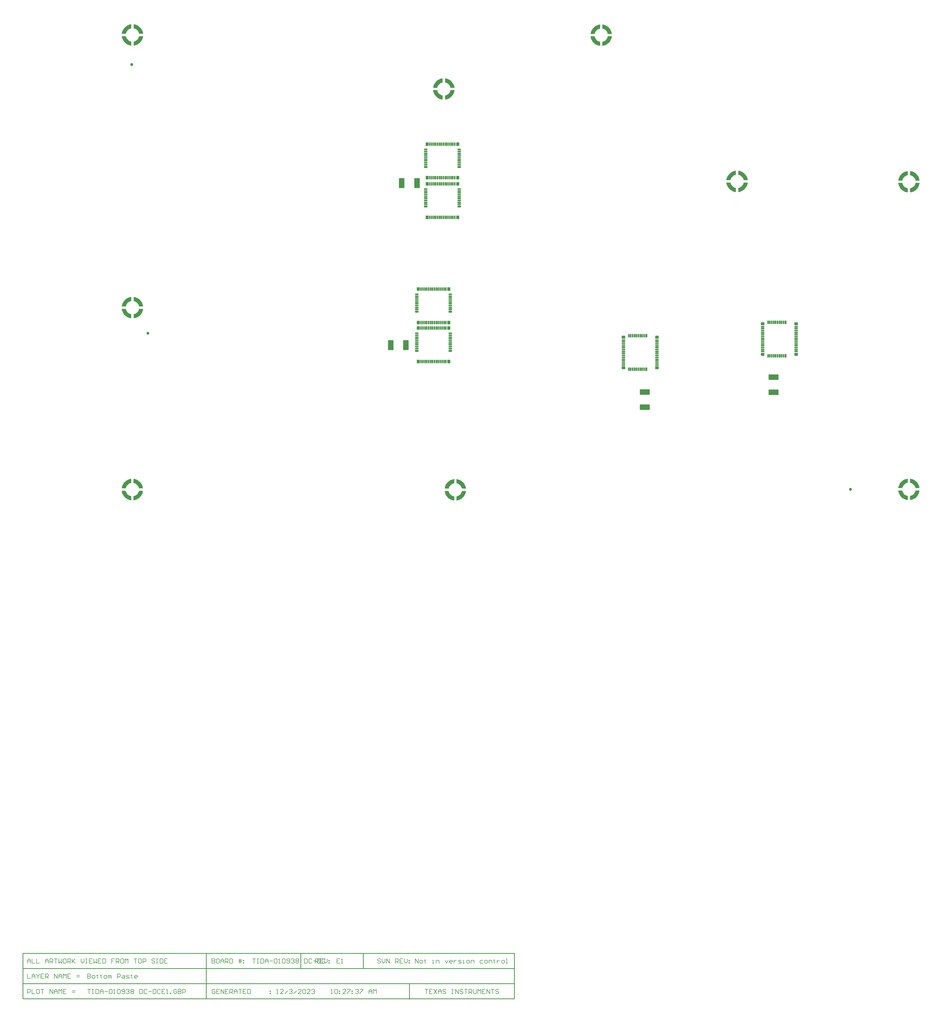
<source format=gbp>
G04*
G04 #@! TF.GenerationSoftware,Altium Limited,Altium Designer,23.1.1 (15)*
G04*
G04 Layer_Color=128*
%FSAX44Y44*%
%MOMM*%
G71*
G04*
G04 #@! TF.SameCoordinates,A3571568-9A21-437D-865F-2304E57EA7B7*
G04*
G04*
G04 #@! TF.FilePolarity,Positive*
G04*
G01*
G75*
%ADD22C,0.2540*%
%ADD28C,0.2032*%
%ADD66C,1.0000*%
G04:AMPARAMS|DCode=125|XSize=1.15mm|YSize=1.1mm|CornerRadius=0.0495mm|HoleSize=0mm|Usage=FLASHONLY|Rotation=180.000|XOffset=0mm|YOffset=0mm|HoleType=Round|Shape=RoundedRectangle|*
%AMROUNDEDRECTD125*
21,1,1.1500,1.0010,0,0,180.0*
21,1,1.0510,1.1000,0,0,180.0*
1,1,0.0990,-0.5255,0.5005*
1,1,0.0990,0.5255,0.5005*
1,1,0.0990,0.5255,-0.5005*
1,1,0.0990,-0.5255,-0.5005*
%
%ADD125ROUNDEDRECTD125*%
G04:AMPARAMS|DCode=126|XSize=1.15mm|YSize=0.45mm|CornerRadius=0.0495mm|HoleSize=0mm|Usage=FLASHONLY|Rotation=180.000|XOffset=0mm|YOffset=0mm|HoleType=Round|Shape=RoundedRectangle|*
%AMROUNDEDRECTD126*
21,1,1.1500,0.3510,0,0,180.0*
21,1,1.0510,0.4500,0,0,180.0*
1,1,0.0990,-0.5255,0.1755*
1,1,0.0990,0.5255,0.1755*
1,1,0.0990,0.5255,-0.1755*
1,1,0.0990,-0.5255,-0.1755*
%
%ADD126ROUNDEDRECTD126*%
G04:AMPARAMS|DCode=127|XSize=0.665mm|YSize=1.15mm|CornerRadius=0.0499mm|HoleSize=0mm|Usage=FLASHONLY|Rotation=180.000|XOffset=0mm|YOffset=0mm|HoleType=Round|Shape=RoundedRectangle|*
%AMROUNDEDRECTD127*
21,1,0.6650,1.0502,0,0,180.0*
21,1,0.5653,1.1500,0,0,180.0*
1,1,0.0998,-0.2826,0.5251*
1,1,0.0998,0.2826,0.5251*
1,1,0.0998,0.2826,-0.5251*
1,1,0.0998,-0.2826,-0.5251*
%
%ADD127ROUNDEDRECTD127*%
G04:AMPARAMS|DCode=128|XSize=0.45mm|YSize=1.15mm|CornerRadius=0.0495mm|HoleSize=0mm|Usage=FLASHONLY|Rotation=180.000|XOffset=0mm|YOffset=0mm|HoleType=Round|Shape=RoundedRectangle|*
%AMROUNDEDRECTD128*
21,1,0.4500,1.0510,0,0,180.0*
21,1,0.3510,1.1500,0,0,180.0*
1,1,0.0990,-0.1755,0.5255*
1,1,0.0990,0.1755,0.5255*
1,1,0.0990,0.1755,-0.5255*
1,1,0.0990,-0.1755,-0.5255*
%
%ADD128ROUNDEDRECTD128*%
G04:AMPARAMS|DCode=129|XSize=0.665mm|YSize=1.15mm|CornerRadius=0.0499mm|HoleSize=0mm|Usage=FLASHONLY|Rotation=90.000|XOffset=0mm|YOffset=0mm|HoleType=Round|Shape=RoundedRectangle|*
%AMROUNDEDRECTD129*
21,1,0.6650,1.0502,0,0,90.0*
21,1,0.5653,1.1500,0,0,90.0*
1,1,0.0998,0.5251,0.2826*
1,1,0.0998,0.5251,-0.2826*
1,1,0.0998,-0.5251,-0.2826*
1,1,0.0998,-0.5251,0.2826*
%
%ADD129ROUNDEDRECTD129*%
G04:AMPARAMS|DCode=130|XSize=0.45mm|YSize=1.15mm|CornerRadius=0.0495mm|HoleSize=0mm|Usage=FLASHONLY|Rotation=90.000|XOffset=0mm|YOffset=0mm|HoleType=Round|Shape=RoundedRectangle|*
%AMROUNDEDRECTD130*
21,1,0.4500,1.0510,0,0,90.0*
21,1,0.3510,1.1500,0,0,90.0*
1,1,0.0990,0.5255,0.1755*
1,1,0.0990,0.5255,-0.1755*
1,1,0.0990,-0.5255,-0.1755*
1,1,0.0990,-0.5255,0.1755*
%
%ADD130ROUNDEDRECTD130*%
G04:AMPARAMS|DCode=131|XSize=1.15mm|YSize=1.1mm|CornerRadius=0.0495mm|HoleSize=0mm|Usage=FLASHONLY|Rotation=90.000|XOffset=0mm|YOffset=0mm|HoleType=Round|Shape=RoundedRectangle|*
%AMROUNDEDRECTD131*
21,1,1.1500,1.0010,0,0,90.0*
21,1,1.0510,1.1000,0,0,90.0*
1,1,0.0990,0.5005,0.5255*
1,1,0.0990,0.5005,-0.5255*
1,1,0.0990,-0.5005,-0.5255*
1,1,0.0990,-0.5005,0.5255*
%
%ADD131ROUNDEDRECTD131*%
G04:AMPARAMS|DCode=132|XSize=1.15mm|YSize=0.45mm|CornerRadius=0.0495mm|HoleSize=0mm|Usage=FLASHONLY|Rotation=90.000|XOffset=0mm|YOffset=0mm|HoleType=Round|Shape=RoundedRectangle|*
%AMROUNDEDRECTD132*
21,1,1.1500,0.3510,0,0,90.0*
21,1,1.0510,0.4500,0,0,90.0*
1,1,0.0990,0.1755,0.5255*
1,1,0.0990,0.1755,-0.5255*
1,1,0.0990,-0.1755,-0.5255*
1,1,0.0990,-0.1755,0.5255*
%
%ADD132ROUNDEDRECTD132*%
G04:AMPARAMS|DCode=133|XSize=1.8mm|YSize=3.4mm|CornerRadius=0.054mm|HoleSize=0mm|Usage=FLASHONLY|Rotation=90.000|XOffset=0mm|YOffset=0mm|HoleType=Round|Shape=RoundedRectangle|*
%AMROUNDEDRECTD133*
21,1,1.8000,3.2920,0,0,90.0*
21,1,1.6920,3.4000,0,0,90.0*
1,1,0.1080,1.6460,0.8460*
1,1,0.1080,1.6460,-0.8460*
1,1,0.1080,-1.6460,-0.8460*
1,1,0.1080,-1.6460,0.8460*
%
%ADD133ROUNDEDRECTD133*%
G04:AMPARAMS|DCode=135|XSize=1.8mm|YSize=3.4mm|CornerRadius=0.054mm|HoleSize=0mm|Usage=FLASHONLY|Rotation=0.000|XOffset=0mm|YOffset=0mm|HoleType=Round|Shape=RoundedRectangle|*
%AMROUNDEDRECTD135*
21,1,1.8000,3.2920,0,0,0.0*
21,1,1.6920,3.4000,0,0,0.0*
1,1,0.1080,0.8460,-1.6460*
1,1,0.1080,-0.8460,-1.6460*
1,1,0.1080,-0.8460,1.6460*
1,1,0.1080,0.8460,1.6460*
%
%ADD135ROUNDEDRECTD135*%
G36*
X00054173Y01637244D02*
X00054173D01*
X00054173Y01637244D01*
Y01637244D01*
D02*
G37*
G36*
X00056226Y01637028D02*
X00060256Y01636134D01*
X00064159Y01634790D01*
X00067885Y01633013D01*
X00071386Y01630826D01*
X00074616Y01628256D01*
X00077535Y01625337D01*
X00080105Y01622106D01*
X00082293Y01618605D01*
X00084070Y01614880D01*
X00085414Y01610977D01*
X00086307Y01606946D01*
X00086523Y01604894D01*
X00072573D01*
X00072573Y01604894D01*
X00072221Y01606592D01*
X00071129Y01609883D01*
X00069541Y01612966D01*
X00067498Y01615766D01*
X00065046Y01618218D01*
X00062245Y01620262D01*
X00059163Y01621849D01*
X00055872Y01622942D01*
X00054173Y01623294D01*
Y01637244D01*
X00056226Y01637028D01*
D02*
G37*
G36*
X00046173Y01623294D02*
X00044475Y01622942D01*
X00041184Y01621849D01*
X00038101Y01620262D01*
X00035301Y01618218D01*
X00032849Y01615766D01*
X00030805Y01612965D01*
X00029218Y01609883D01*
X00028126Y01606592D01*
X00027773Y01604894D01*
X00027773D01*
X00027773Y01604894D01*
Y01604894D01*
X00013823D01*
X00014039Y01606946D01*
X00014933Y01610977D01*
X00016277Y01614879D01*
X00018054Y01618605D01*
X00020241Y01622106D01*
X00022811Y01625337D01*
X00025730Y01628256D01*
X00028961Y01630825D01*
X00032462Y01633013D01*
X00036187Y01634790D01*
X00040090Y01636134D01*
X00044121Y01637028D01*
X00046173Y01637244D01*
X00046173Y01637244D01*
X00046173Y01623294D01*
D02*
G37*
G36*
X00086523Y01596894D02*
X00086307Y01594841D01*
X00085414Y01590811D01*
X00084070Y01586908D01*
X00082293Y01583182D01*
X00080105Y01579681D01*
X00077535Y01576451D01*
X00074616Y01573532D01*
X00071386Y01570962D01*
X00067885Y01568774D01*
X00064159Y01566997D01*
X00060256Y01565653D01*
X00056226Y01564760D01*
X00054173Y01564544D01*
Y01578494D01*
X00055872Y01578846D01*
X00059163Y01579938D01*
X00062245Y01581526D01*
X00065046Y01583570D01*
X00067498Y01586021D01*
X00069541Y01588822D01*
X00071129Y01591904D01*
X00072221Y01595195D01*
X00072573Y01596894D01*
Y01596894D01*
X00086523Y01596894D01*
D02*
G37*
G36*
X00054173Y01564544D02*
X00054173D01*
X00054173D01*
D01*
D02*
G37*
G36*
X00027773Y01596894D02*
X00028126Y01595195D01*
X00029218Y01591904D01*
X00030805Y01588822D01*
X00032849Y01586021D01*
X00035301Y01583570D01*
X00038101Y01581526D01*
X00041184Y01579938D01*
X00044475Y01578846D01*
X00046173Y01578494D01*
X00046173Y01564544D01*
X00046173D01*
X00044121Y01564760D01*
X00040090Y01565653D01*
X00036188Y01566997D01*
X00032462Y01568774D01*
X00028961Y01570962D01*
X00025730Y01573532D01*
X00022811Y01576451D01*
X00020241Y01579681D01*
X00018054Y01583182D01*
X00016277Y01586908D01*
X00014933Y01590811D01*
X00014039Y01594841D01*
X00013823Y01596894D01*
X00027773Y01596894D01*
Y01596894D01*
D02*
G37*
G36*
X01116771Y01452878D02*
X01116771D01*
X01116771Y01452878D01*
Y01452878D01*
D02*
G37*
G36*
X01118823Y01452662D02*
X01122854Y01451768D01*
X01126757Y01450424D01*
X01130482Y01448647D01*
X01133983Y01446460D01*
X01137214Y01443890D01*
X01140133Y01440971D01*
X01142703Y01437740D01*
X01144890Y01434240D01*
X01146667Y01430514D01*
X01148011Y01426611D01*
X01148905Y01422581D01*
X01149121Y01420528D01*
X01135171D01*
X01135171Y01420528D01*
X01134819Y01422227D01*
X01133726Y01425517D01*
X01132139Y01428600D01*
X01130095Y01431400D01*
X01127643Y01433852D01*
X01124843Y01435896D01*
X01121760Y01437483D01*
X01118470Y01438576D01*
X01116771Y01438928D01*
Y01452878D01*
X01118823Y01452662D01*
D02*
G37*
G36*
X01108771Y01438928D02*
X01107072Y01438576D01*
X01103782Y01437483D01*
X01100699Y01435896D01*
X01097898Y01433852D01*
X01095447Y01431400D01*
X01093403Y01428600D01*
X01091815Y01425517D01*
X01090723Y01422227D01*
X01090371Y01420528D01*
X01090371D01*
X01090371Y01420528D01*
Y01420528D01*
X01076421D01*
X01076637Y01422581D01*
X01077530Y01426611D01*
X01078874Y01430514D01*
X01080651Y01434240D01*
X01082839Y01437740D01*
X01085409Y01440971D01*
X01088328Y01443890D01*
X01091558Y01446460D01*
X01095059Y01448647D01*
X01098785Y01450424D01*
X01102688Y01451768D01*
X01106718Y01452662D01*
X01108771Y01452878D01*
X01108771Y01452878D01*
X01108771Y01438928D01*
D02*
G37*
G36*
X01149121Y01412528D02*
X01148905Y01410475D01*
X01148011Y01406445D01*
X01146667Y01402542D01*
X01144890Y01398816D01*
X01142703Y01395315D01*
X01140133Y01392085D01*
X01137214Y01389166D01*
X01133983Y01386596D01*
X01130483Y01384409D01*
X01126757Y01382631D01*
X01122854Y01381287D01*
X01118823Y01380394D01*
X01116771Y01380178D01*
Y01394128D01*
X01118470Y01394480D01*
X01121760Y01395573D01*
X01124843Y01397160D01*
X01127643Y01399204D01*
X01130095Y01401655D01*
X01132139Y01404456D01*
X01133726Y01407539D01*
X01134819Y01410829D01*
X01135171Y01412528D01*
Y01412528D01*
X01149121Y01412528D01*
D02*
G37*
G36*
X01116771Y01380178D02*
X01116771D01*
X01116771D01*
D01*
D02*
G37*
G36*
X01090371Y01412528D02*
X01090723Y01410829D01*
X01091815Y01407539D01*
X01093403Y01404456D01*
X01095447Y01401655D01*
X01097898Y01399204D01*
X01100699Y01397160D01*
X01103782Y01395573D01*
X01107072Y01394480D01*
X01108771Y01394128D01*
X01108771Y01380178D01*
X01108771D01*
X01106718Y01380394D01*
X01102688Y01381287D01*
X01098785Y01382631D01*
X01095059Y01384409D01*
X01091558Y01386596D01*
X01088328Y01389166D01*
X01085409Y01392085D01*
X01082839Y01395315D01*
X01080651Y01398816D01*
X01078874Y01402542D01*
X01077530Y01406445D01*
X01076637Y01410475D01*
X01076421Y01412528D01*
X01090371Y01412528D01*
Y01412528D01*
D02*
G37*
G36*
X00054004Y00706808D02*
X00056057Y00706593D01*
X00060087Y00705699D01*
X00063990Y00704355D01*
X00067716Y00702578D01*
X00071217Y00700390D01*
X00074447Y00697821D01*
X00077366Y00694902D01*
X00079936Y00691671D01*
X00082124Y00688170D01*
X00083901Y00684445D01*
X00085245Y00680541D01*
X00086138Y00676511D01*
X00086354Y00674459D01*
X00072404D01*
X00072404Y00674458D01*
X00072052Y00676157D01*
X00070960Y00679448D01*
X00069372Y00682530D01*
X00067329Y00685331D01*
X00064877Y00687783D01*
X00062076Y00689827D01*
X00058994Y00691414D01*
X00055703Y00692506D01*
X00054004Y00692859D01*
Y00706808D01*
X00054004D01*
X00054004Y00706809D01*
Y00706808D01*
D02*
G37*
G36*
X00046004Y00692859D02*
X00044306Y00692506D01*
X00041015Y00691414D01*
X00037933Y00689827D01*
X00035132Y00687783D01*
X00032680Y00685331D01*
X00030636Y00682530D01*
X00029049Y00679448D01*
X00027957Y00676157D01*
X00027604Y00674458D01*
X00027604D01*
X00027604Y00674458D01*
Y00674458D01*
X00013654D01*
X00013870Y00676511D01*
X00014764Y00680541D01*
X00016108Y00684445D01*
X00017885Y00688170D01*
X00020073Y00691671D01*
X00022642Y00694902D01*
X00025561Y00697821D01*
X00028792Y00700390D01*
X00032293Y00702578D01*
X00036018Y00704355D01*
X00039922Y00705699D01*
X00043952Y00706593D01*
X00046004Y00706808D01*
X00046004Y00706808D01*
X00046004Y00692859D01*
D02*
G37*
G36*
X00086354Y00666459D02*
X00086138Y00664406D01*
X00085245Y00660376D01*
X00083901Y00656473D01*
X00082124Y00652747D01*
X00079936Y00649246D01*
X00077366Y00646015D01*
X00074447Y00643097D01*
X00071217Y00640527D01*
X00067716Y00638339D01*
X00063990Y00636562D01*
X00060087Y00635218D01*
X00056057Y00634324D01*
X00054004Y00634109D01*
Y00648059D01*
X00055703Y00648411D01*
X00058994Y00649503D01*
X00062076Y00651091D01*
X00064877Y00653135D01*
X00067329Y00655586D01*
X00069372Y00658387D01*
X00070960Y00661469D01*
X00072052Y00664760D01*
X00072404Y00666459D01*
Y00666459D01*
X00086354Y00666459D01*
D02*
G37*
G36*
X00054004Y00634109D02*
X00054004D01*
X00054004D01*
D01*
D02*
G37*
G36*
X00027604Y00666459D02*
X00027957Y00664760D01*
X00029049Y00661469D01*
X00030636Y00658387D01*
X00032680Y00655586D01*
X00035132Y00653135D01*
X00037933Y00651091D01*
X00041015Y00649503D01*
X00044306Y00648411D01*
X00046004Y00648059D01*
X00046004Y00634109D01*
X00046004D01*
X00043952Y00634324D01*
X00039922Y00635218D01*
X00036019Y00636562D01*
X00032293Y00638339D01*
X00028792Y00640527D01*
X00025561Y00643097D01*
X00022642Y00646015D01*
X00020073Y00649246D01*
X00017885Y00652747D01*
X00016108Y00656473D01*
X00014764Y00660376D01*
X00013870Y00664406D01*
X00013654Y00666459D01*
X00027604Y00666459D01*
Y00666459D01*
D02*
G37*
G36*
X00053716Y00085953D02*
X00053716D01*
X00053716Y00085953D01*
Y00085953D01*
D02*
G37*
G36*
X00055768Y00085737D02*
X00059798Y00084844D01*
X00063702Y00083500D01*
X00067427Y00081722D01*
X00070928Y00079535D01*
X00074159Y00076965D01*
X00077078Y00074046D01*
X00079647Y00070816D01*
X00081835Y00067315D01*
X00083612Y00063589D01*
X00084956Y00059686D01*
X00085850Y00055656D01*
X00086066Y00053603D01*
X00072116D01*
X00072116Y00053603D01*
X00071764Y00055302D01*
X00070671Y00058593D01*
X00069084Y00061675D01*
X00067040Y00064476D01*
X00064588Y00066927D01*
X00061788Y00068971D01*
X00058705Y00070559D01*
X00055415Y00071651D01*
X00053716Y00072003D01*
Y00085953D01*
X00055768Y00085737D01*
D02*
G37*
G36*
X00045716Y00072003D02*
X00044017Y00071651D01*
X00040726Y00070559D01*
X00037644Y00068971D01*
X00034843Y00066927D01*
X00032392Y00064476D01*
X00030348Y00061675D01*
X00028760Y00058592D01*
X00027668Y00055302D01*
X00027316Y00053603D01*
X00027316D01*
X00027316Y00053603D01*
Y00053603D01*
X00013366D01*
X00013582Y00055656D01*
X00014475Y00059686D01*
X00015819Y00063589D01*
X00017596Y00067315D01*
X00019784Y00070816D01*
X00022354Y00074046D01*
X00025273Y00076965D01*
X00028503Y00079535D01*
X00032004Y00081722D01*
X00035730Y00083500D01*
X00039633Y00084844D01*
X00043663Y00085737D01*
X00045716Y00085953D01*
X00045716Y00085953D01*
X00045716Y00072003D01*
D02*
G37*
G36*
X01147838Y00071094D02*
X01146139Y00070742D01*
X01142849Y00069650D01*
X01139766Y00068063D01*
X01136966Y00066019D01*
X01134514Y00063567D01*
X01132470Y00060766D01*
X01130883Y00057684D01*
X01129790Y00054393D01*
X01129438Y00052694D01*
X01129438D01*
X01129438Y00052694D01*
Y00052694D01*
X01115488D01*
X01115704Y00054747D01*
X01116597Y00058777D01*
X01117942Y00062680D01*
X01119719Y00066406D01*
X01121906Y00069907D01*
X01124476Y00073137D01*
X01127395Y00076056D01*
X01130626Y00078626D01*
X01134126Y00080814D01*
X01137852Y00082591D01*
X01141755Y00083935D01*
X01145785Y00084829D01*
X01147838Y00085044D01*
X01147838Y00085044D01*
X01147838Y00071094D01*
D02*
G37*
G36*
X00086066Y00045603D02*
X00085850Y00043551D01*
X00084956Y00039520D01*
X00083612Y00035617D01*
X00081835Y00031892D01*
X00079647Y00028391D01*
X00077078Y00025160D01*
X00074159Y00022241D01*
X00070928Y00019671D01*
X00067427Y00017484D01*
X00063702Y00015707D01*
X00059798Y00014363D01*
X00055768Y00013469D01*
X00053716Y00013253D01*
Y00027203D01*
X00055415Y00027555D01*
X00058705Y00028648D01*
X00061788Y00030235D01*
X00064588Y00032279D01*
X00067040Y00034731D01*
X00069084Y00037531D01*
X00070671Y00040614D01*
X00071764Y00043905D01*
X00072116Y00045603D01*
Y00045603D01*
X00086066Y00045603D01*
D02*
G37*
G36*
X00053716Y00013253D02*
X00053716D01*
X00053716D01*
D01*
D02*
G37*
G36*
X00027316Y00045603D02*
X00027668Y00043905D01*
X00028760Y00040614D01*
X00030348Y00037531D01*
X00032392Y00034731D01*
X00034843Y00032279D01*
X00037644Y00030235D01*
X00040726Y00028648D01*
X00044017Y00027555D01*
X00045716Y00027203D01*
X00045716Y00013253D01*
X00045716D01*
X00043663Y00013469D01*
X00039633Y00014363D01*
X00035730Y00015707D01*
X00032004Y00017484D01*
X00028503Y00019671D01*
X00025273Y00022241D01*
X00022354Y00025160D01*
X00019784Y00028391D01*
X00017596Y00031892D01*
X00015819Y00035617D01*
X00014475Y00039520D01*
X00013582Y00043551D01*
X00013366Y00045603D01*
X00027316Y00045603D01*
Y00045603D01*
D02*
G37*
G36*
X01129438Y00044694D02*
X01129790Y00042996D01*
X01130883Y00039705D01*
X01132470Y00036623D01*
X01134514Y00033822D01*
X01136966Y00031370D01*
X01139766Y00029326D01*
X01142849Y00027739D01*
X01146139Y00026647D01*
X01147838Y00026295D01*
X01147838Y00012344D01*
X01147838D01*
X01145785Y00012560D01*
X01141755Y00013454D01*
X01137852Y00014798D01*
X01134126Y00016575D01*
X01130626Y00018763D01*
X01127395Y00021332D01*
X01124476Y00024251D01*
X01121906Y00027482D01*
X01119719Y00030983D01*
X01117942Y00034709D01*
X01116597Y00038612D01*
X01115704Y00042642D01*
X01115488Y00044694D01*
X01129438Y00044694D01*
Y00044694D01*
D02*
G37*
G36*
X01653855Y01636522D02*
X01653855D01*
X01653855Y01636522D01*
Y01636522D01*
D02*
G37*
G36*
X01655907Y01636306D02*
X01659937Y01635413D01*
X01663841Y01634069D01*
X01667566Y01632291D01*
X01671067Y01630104D01*
X01674298Y01627534D01*
X01677217Y01624615D01*
X01679787Y01621385D01*
X01681974Y01617884D01*
X01683751Y01614158D01*
X01685095Y01610255D01*
X01685989Y01606225D01*
X01686205Y01604172D01*
X01672255D01*
X01672255Y01604172D01*
X01671903Y01605871D01*
X01670810Y01609161D01*
X01669223Y01612244D01*
X01667179Y01615045D01*
X01664727Y01617496D01*
X01661927Y01619540D01*
X01658844Y01621127D01*
X01655553Y01622220D01*
X01653855Y01622572D01*
Y01636522D01*
X01655907Y01636306D01*
D02*
G37*
G36*
X01645855Y01622572D02*
X01644156Y01622220D01*
X01640865Y01621127D01*
X01637783Y01619540D01*
X01634982Y01617496D01*
X01632531Y01615045D01*
X01630487Y01612244D01*
X01628899Y01609161D01*
X01627807Y01605871D01*
X01627455Y01604172D01*
X01627455D01*
X01627455Y01604172D01*
Y01604172D01*
X01613505D01*
X01613721Y01606225D01*
X01614614Y01610255D01*
X01615958Y01614158D01*
X01617735Y01617884D01*
X01619923Y01621384D01*
X01622493Y01624615D01*
X01625412Y01627534D01*
X01628642Y01630104D01*
X01632143Y01632291D01*
X01635869Y01634069D01*
X01639772Y01635413D01*
X01643802Y01636306D01*
X01645855Y01636522D01*
X01645855Y01636522D01*
X01645855Y01622572D01*
D02*
G37*
G36*
X01686205Y01596172D02*
X01685989Y01594120D01*
X01685095Y01590089D01*
X01683751Y01586186D01*
X01681974Y01582460D01*
X01679787Y01578960D01*
X01677217Y01575729D01*
X01674298Y01572810D01*
X01671067Y01570240D01*
X01667567Y01568053D01*
X01663841Y01566276D01*
X01659937Y01564932D01*
X01655907Y01564038D01*
X01653855Y01563822D01*
Y01577772D01*
X01655553Y01578124D01*
X01658844Y01579217D01*
X01661927Y01580804D01*
X01664727Y01582848D01*
X01667179Y01585300D01*
X01669223Y01588100D01*
X01670810Y01591183D01*
X01671903Y01594473D01*
X01672255Y01596172D01*
Y01596172D01*
X01686205Y01596172D01*
D02*
G37*
G36*
X01653855Y01563822D02*
X01653855D01*
X01653855D01*
D01*
D02*
G37*
G36*
X01627455Y01596172D02*
X01627807Y01594473D01*
X01628899Y01591183D01*
X01630487Y01588100D01*
X01632531Y01585300D01*
X01634982Y01582848D01*
X01637783Y01580804D01*
X01640865Y01579217D01*
X01644156Y01578124D01*
X01645855Y01577772D01*
X01645855Y01563822D01*
X01645855D01*
X01643802Y01564038D01*
X01639772Y01564932D01*
X01635869Y01566276D01*
X01632143Y01568053D01*
X01628642Y01570240D01*
X01625412Y01572810D01*
X01622493Y01575729D01*
X01619923Y01578960D01*
X01617735Y01582460D01*
X01615958Y01586186D01*
X01614614Y01590089D01*
X01613721Y01594120D01*
X01613505Y01596172D01*
X01627455Y01596172D01*
Y01596172D01*
D02*
G37*
G36*
X02117431Y01137578D02*
X02117431D01*
X02117431Y01137578D01*
Y01137578D01*
D02*
G37*
G36*
X02704000Y01136350D02*
X02704000D01*
X02704000Y01136350D01*
Y01136350D01*
D02*
G37*
G36*
X02119483Y01137362D02*
X02123514Y01136468D01*
X02127417Y01135124D01*
X02131143Y01133347D01*
X02134643Y01131160D01*
X02137874Y01128590D01*
X02140793Y01125671D01*
X02143363Y01122440D01*
X02145550Y01118940D01*
X02147327Y01115214D01*
X02148671Y01111311D01*
X02149565Y01107280D01*
X02149781Y01105228D01*
X02135831D01*
X02135831Y01105228D01*
X02135479Y01106926D01*
X02134386Y01110217D01*
X02132799Y01113299D01*
X02130755Y01116100D01*
X02128303Y01118552D01*
X02125503Y01120596D01*
X02122420Y01122183D01*
X02119130Y01123276D01*
X02117431Y01123628D01*
Y01137578D01*
X02119483Y01137362D01*
D02*
G37*
G36*
X02109431Y01123628D02*
X02107732Y01123276D01*
X02104442Y01122183D01*
X02101359Y01120596D01*
X02098558Y01118552D01*
X02096107Y01116100D01*
X02094063Y01113299D01*
X02092475Y01110217D01*
X02091383Y01106926D01*
X02091031Y01105228D01*
X02091031D01*
X02091031Y01105228D01*
Y01105228D01*
X02077081D01*
X02077297Y01107280D01*
X02078190Y01111311D01*
X02079534Y01115214D01*
X02081311Y01118940D01*
X02083499Y01122440D01*
X02086069Y01125671D01*
X02088988Y01128590D01*
X02092218Y01131160D01*
X02095719Y01133347D01*
X02099445Y01135124D01*
X02103348Y01136468D01*
X02107378Y01137362D01*
X02109431Y01137578D01*
X02109431Y01137578D01*
X02109431Y01123628D01*
D02*
G37*
G36*
X02706053Y01136134D02*
X02710083Y01135241D01*
X02713986Y01133896D01*
X02717712Y01132119D01*
X02721212Y01129932D01*
X02724443Y01127362D01*
X02727362Y01124443D01*
X02729932Y01121212D01*
X02732119Y01117712D01*
X02733896Y01113986D01*
X02735240Y01110083D01*
X02736134Y01106053D01*
X02736350Y01104000D01*
X02722400D01*
X02722400Y01104000D01*
X02722048Y01105699D01*
X02720955Y01108989D01*
X02719368Y01112072D01*
X02717324Y01114872D01*
X02714872Y01117324D01*
X02712072Y01119368D01*
X02708989Y01120955D01*
X02705699Y01122048D01*
X02704000Y01122400D01*
Y01136350D01*
X02706053Y01136134D01*
D02*
G37*
G36*
X02696000Y01122400D02*
X02694301Y01122048D01*
X02691011Y01120955D01*
X02687928Y01119368D01*
X02685128Y01117324D01*
X02682676Y01114872D01*
X02680632Y01112072D01*
X02679045Y01108989D01*
X02677952Y01105699D01*
X02677600Y01104000D01*
X02677600D01*
X02677600Y01104000D01*
Y01104000D01*
X02663650D01*
X02663866Y01106053D01*
X02664760Y01110083D01*
X02666104Y01113986D01*
X02667881Y01117712D01*
X02670068Y01121212D01*
X02672638Y01124443D01*
X02675557Y01127362D01*
X02678788Y01129932D01*
X02682288Y01132119D01*
X02686014Y01133896D01*
X02689917Y01135240D01*
X02693947Y01136134D01*
X02696000Y01136350D01*
X02696000Y01136350D01*
X02696000Y01122400D01*
D02*
G37*
G36*
X02149781Y01097228D02*
X02149565Y01095175D01*
X02148672Y01091145D01*
X02147327Y01087242D01*
X02145550Y01083516D01*
X02143363Y01080015D01*
X02140793Y01076785D01*
X02137874Y01073866D01*
X02134643Y01071296D01*
X02131143Y01069109D01*
X02127417Y01067331D01*
X02123514Y01065987D01*
X02119483Y01065094D01*
X02117431Y01064878D01*
Y01078828D01*
X02119130Y01079180D01*
X02122420Y01080272D01*
X02125503Y01081860D01*
X02128303Y01083904D01*
X02130755Y01086355D01*
X02132799Y01089156D01*
X02134386Y01092238D01*
X02135479Y01095529D01*
X02135831Y01097228D01*
Y01097228D01*
X02149781Y01097228D01*
D02*
G37*
G36*
X02117431Y01064878D02*
X02117431D01*
X02117431D01*
D01*
D02*
G37*
G36*
X02091031Y01097228D02*
X02091383Y01095529D01*
X02092476Y01092238D01*
X02094063Y01089156D01*
X02096107Y01086355D01*
X02098558Y01083904D01*
X02101359Y01081860D01*
X02104442Y01080273D01*
X02107732Y01079180D01*
X02109431Y01078828D01*
X02109431Y01064878D01*
X02109431D01*
X02107378Y01065094D01*
X02103348Y01065987D01*
X02099445Y01067331D01*
X02095719Y01069109D01*
X02092218Y01071296D01*
X02088988Y01073866D01*
X02086069Y01076785D01*
X02083499Y01080015D01*
X02081311Y01083516D01*
X02079534Y01087242D01*
X02078190Y01091145D01*
X02077297Y01095175D01*
X02077081Y01097228D01*
X02091031Y01097228D01*
Y01097228D01*
D02*
G37*
G36*
X02736350Y01096000D02*
X02736134Y01093947D01*
X02735240Y01089917D01*
X02733896Y01086014D01*
X02732119Y01082288D01*
X02729932Y01078788D01*
X02727362Y01075557D01*
X02724443Y01072638D01*
X02721212Y01070068D01*
X02717712Y01067881D01*
X02713986Y01066104D01*
X02710083Y01064760D01*
X02706053Y01063866D01*
X02704000Y01063650D01*
Y01077600D01*
X02705699Y01077952D01*
X02708989Y01079045D01*
X02712072Y01080632D01*
X02714872Y01082676D01*
X02717324Y01085128D01*
X02719368Y01087928D01*
X02720955Y01091011D01*
X02722048Y01094301D01*
X02722400Y01096000D01*
Y01096000D01*
X02736350Y01096000D01*
D02*
G37*
G36*
X02704000Y01063650D02*
X02704000D01*
X02704000D01*
D01*
D02*
G37*
G36*
X02677600Y01096000D02*
X02677952Y01094301D01*
X02679045Y01091011D01*
X02680632Y01087928D01*
X02682676Y01085128D01*
X02685128Y01082676D01*
X02687928Y01080632D01*
X02691011Y01079045D01*
X02694301Y01077952D01*
X02696000Y01077600D01*
X02696000Y01063650D01*
X02696000D01*
X02693947Y01063866D01*
X02689917Y01064760D01*
X02686014Y01066104D01*
X02682288Y01067881D01*
X02678788Y01070068D01*
X02675557Y01072638D01*
X02672638Y01075557D01*
X02670068Y01078788D01*
X02667881Y01082288D01*
X02666104Y01086014D01*
X02664760Y01089917D01*
X02663866Y01093947D01*
X02663650Y01096000D01*
X02677600Y01096000D01*
Y01096000D01*
D02*
G37*
G36*
X02703805Y00086695D02*
X02705858Y00086480D01*
X02709888Y00085586D01*
X02713791Y00084242D01*
X02717517Y00082465D01*
X02721018Y00080277D01*
X02724248Y00077708D01*
X02727167Y00074788D01*
X02729737Y00071558D01*
X02731925Y00068057D01*
X02733702Y00064331D01*
X02735046Y00060428D01*
X02735939Y00056398D01*
X02736155Y00054345D01*
X02722205D01*
X02722205Y00054345D01*
X02721853Y00056044D01*
X02720760Y00059335D01*
X02719173Y00062417D01*
X02717129Y00065218D01*
X02714678Y00067670D01*
X02711877Y00069714D01*
X02708795Y00071301D01*
X02705504Y00072393D01*
X02703805Y00072745D01*
Y00086695D01*
X02703805D01*
X02703805Y00086695D01*
Y00086695D01*
D02*
G37*
G36*
X02695805Y00072745D02*
X02694106Y00072393D01*
X02690816Y00071301D01*
X02687733Y00069714D01*
X02684933Y00067670D01*
X02682481Y00065218D01*
X02680437Y00062417D01*
X02678850Y00059335D01*
X02677757Y00056044D01*
X02677405Y00054345D01*
X02663455D01*
X02663671Y00056398D01*
X02664565Y00060428D01*
X02665909Y00064331D01*
X02667686Y00068057D01*
X02669873Y00071558D01*
X02672443Y00074788D01*
X02675362Y00077707D01*
X02678593Y00080277D01*
X02682094Y00082465D01*
X02685819Y00084242D01*
X02689722Y00085586D01*
X02693752Y00086480D01*
X02695805Y00086695D01*
X02695805Y00086695D01*
X02695805Y00072745D01*
D02*
G37*
G36*
X02677405Y00054345D02*
Y00054345D01*
X02677405D01*
X02677405Y00054345D01*
D02*
G37*
G36*
X01155838Y00085044D02*
X01157891Y00084829D01*
X01161921Y00083935D01*
X01165824Y00082591D01*
X01169550Y00080814D01*
X01173051Y00078626D01*
X01176281Y00076056D01*
X01179200Y00073137D01*
X01181770Y00069907D01*
X01183957Y00066406D01*
X01185735Y00062680D01*
X01187079Y00058777D01*
X01187972Y00054747D01*
X01188188Y00052694D01*
X01174238D01*
X01174238Y00052694D01*
X01173886Y00054393D01*
X01172793Y00057684D01*
X01171206Y00060766D01*
X01169162Y00063567D01*
X01166711Y00066019D01*
X01163910Y00068063D01*
X01160827Y00069650D01*
X01157537Y00070742D01*
X01155838Y00071094D01*
Y00085044D01*
X01155838D01*
X01155838Y00085044D01*
Y00085044D01*
D02*
G37*
G36*
X02736155Y00046346D02*
X02735939Y00044293D01*
X02735046Y00040263D01*
X02733702Y00036360D01*
X02731925Y00032634D01*
X02729737Y00029133D01*
X02727167Y00025902D01*
X02724248Y00022984D01*
X02721018Y00020414D01*
X02717517Y00018226D01*
X02713791Y00016449D01*
X02709888Y00015105D01*
X02705858Y00014211D01*
X02703805Y00013995D01*
Y00027945D01*
X02705504Y00028298D01*
X02708795Y00029390D01*
X02711877Y00030977D01*
X02714678Y00033021D01*
X02717129Y00035473D01*
X02719173Y00038274D01*
X02720760Y00041356D01*
X02721853Y00044647D01*
X02722205Y00046346D01*
Y00046346D01*
X02736155Y00046346D01*
D02*
G37*
G36*
X02703805Y00013995D02*
X02703805D01*
X02703805D01*
D01*
D02*
G37*
G36*
X02677405Y00046346D02*
X02677757Y00044647D01*
X02678850Y00041356D01*
X02680437Y00038274D01*
X02682481Y00035473D01*
X02684933Y00033021D01*
X02687733Y00030977D01*
X02690816Y00029390D01*
X02694106Y00028298D01*
X02695805Y00027945D01*
X02695805Y00013995D01*
X02695805D01*
X02693753Y00014211D01*
X02689722Y00015105D01*
X02685819Y00016449D01*
X02682094Y00018226D01*
X02678593Y00020414D01*
X02675362Y00022984D01*
X02672443Y00025902D01*
X02669873Y00029133D01*
X02667686Y00032634D01*
X02665909Y00036360D01*
X02664565Y00040263D01*
X02663671Y00044293D01*
X02663455Y00046346D01*
X02677405Y00046346D01*
Y00046346D01*
D02*
G37*
G36*
X01188188Y00044694D02*
X01187972Y00042642D01*
X01187079Y00038612D01*
X01185735Y00034709D01*
X01183957Y00030983D01*
X01181770Y00027482D01*
X01179200Y00024251D01*
X01176281Y00021332D01*
X01173051Y00018763D01*
X01169550Y00016575D01*
X01165824Y00014798D01*
X01161921Y00013454D01*
X01157891Y00012560D01*
X01155838Y00012344D01*
Y00026295D01*
X01157537Y00026647D01*
X01160827Y00027739D01*
X01163910Y00029326D01*
X01166711Y00031370D01*
X01169162Y00033822D01*
X01171206Y00036623D01*
X01172793Y00039705D01*
X01173886Y00042996D01*
X01174238Y00044694D01*
Y00044694D01*
X01188188Y00044694D01*
D02*
G37*
G36*
X01155838Y00012344D02*
X01155838D01*
X01155838D01*
D01*
D02*
G37*
G54D22*
X00995108Y-01689560D02*
Y-01638040D01*
X00693102Y-01687909D02*
X01352740D01*
Y-01532969D01*
X00301942Y-01687909D02*
Y-01532969D01*
X-00324168Y-01687909D02*
Y-01532969D01*
X-00324041Y-01687909D02*
X00076136D01*
X-00324041D02*
Y-01532969D01*
Y-01532969D02*
X01352740D01*
X-00324168Y-01687909D02*
X00693102D01*
X-00324168Y-01636262D02*
X01352232D01*
X-00324168Y-01584616D02*
X01352740D01*
X00623760D02*
Y-01532969D01*
X00837120Y-01584616D02*
Y-01532969D01*
G54D28*
X-00103442Y-01602822D02*
Y-01618057D01*
X-00095824D01*
X-00093285Y-01615518D01*
Y-01612979D01*
X-00095824Y-01610440D01*
X-00103442D01*
X-00095824D01*
X-00093285Y-01607901D01*
Y-01605361D01*
X-00095824Y-01602822D01*
X-00103442D01*
X-00085668Y-01618057D02*
X-00080589D01*
X-00078050Y-01615518D01*
Y-01610440D01*
X-00080589Y-01607901D01*
X-00085668D01*
X-00088207Y-01610440D01*
Y-01615518D01*
X-00085668Y-01618057D01*
X-00070433Y-01605361D02*
Y-01607901D01*
X-00072972D01*
X-00067894D01*
X-00070433D01*
Y-01615518D01*
X-00067894Y-01618057D01*
X-00057737Y-01605361D02*
Y-01607901D01*
X-00060276D01*
X-00055198D01*
X-00057737D01*
Y-01615518D01*
X-00055198Y-01618057D01*
X-00045041D02*
X-00039962D01*
X-00037423Y-01615518D01*
Y-01610440D01*
X-00039962Y-01607901D01*
X-00045041D01*
X-00047580Y-01610440D01*
Y-01615518D01*
X-00045041Y-01618057D01*
X-00032345D02*
Y-01607901D01*
X-00029806D01*
X-00027267Y-01610440D01*
Y-01618057D01*
Y-01610440D01*
X-00024727Y-01607901D01*
X-00022188Y-01610440D01*
Y-01618057D01*
X-00001875D02*
Y-01602822D01*
X00005743D01*
X00008282Y-01605361D01*
Y-01610440D01*
X00005743Y-01612979D01*
X-00001875D01*
X00015899Y-01607901D02*
X00020978D01*
X00023517Y-01610440D01*
Y-01618057D01*
X00015899D01*
X00013360Y-01615518D01*
X00015899Y-01612979D01*
X00023517D01*
X00028595Y-01618057D02*
X00036213D01*
X00038752Y-01615518D01*
X00036213Y-01612979D01*
X00031135D01*
X00028595Y-01610440D01*
X00031135Y-01607901D01*
X00038752D01*
X00046370Y-01605361D02*
Y-01607901D01*
X00043830D01*
X00048909D01*
X00046370D01*
Y-01615518D01*
X00048909Y-01618057D01*
X00064144D02*
X00059065D01*
X00056526Y-01615518D01*
Y-01610440D01*
X00059065Y-01607901D01*
X00064144D01*
X00066683Y-01610440D01*
Y-01612979D01*
X00056526D01*
X01048702Y-01655106D02*
X01058859D01*
X01053780D01*
Y-01670341D01*
X01074094Y-01655106D02*
X01063937D01*
Y-01670341D01*
X01074094D01*
X01063937Y-01662724D02*
X01069015D01*
X01079172Y-01655106D02*
X01089329Y-01670341D01*
Y-01655106D02*
X01079172Y-01670341D01*
X01094407D02*
Y-01660184D01*
X01099486Y-01655106D01*
X01104564Y-01660184D01*
Y-01670341D01*
Y-01662724D01*
X01094407D01*
X01119799Y-01657645D02*
X01117260Y-01655106D01*
X01112181D01*
X01109642Y-01657645D01*
Y-01660184D01*
X01112181Y-01662724D01*
X01117260D01*
X01119799Y-01665263D01*
Y-01667802D01*
X01117260Y-01670341D01*
X01112181D01*
X01109642Y-01667802D01*
X01140113Y-01655106D02*
X01145191D01*
X01142652D01*
Y-01670341D01*
X01140113D01*
X01145191D01*
X01152808D02*
Y-01655106D01*
X01162965Y-01670341D01*
Y-01655106D01*
X01178200Y-01657645D02*
X01175661Y-01655106D01*
X01170583D01*
X01168043Y-01657645D01*
Y-01660184D01*
X01170583Y-01662724D01*
X01175661D01*
X01178200Y-01665263D01*
Y-01667802D01*
X01175661Y-01670341D01*
X01170583D01*
X01168043Y-01667802D01*
X01183279Y-01655106D02*
X01193435D01*
X01188357D01*
Y-01670341D01*
X01198514D02*
Y-01655106D01*
X01206131D01*
X01208670Y-01657645D01*
Y-01662724D01*
X01206131Y-01665263D01*
X01198514D01*
X01203592D02*
X01208670Y-01670341D01*
X01213749Y-01655106D02*
Y-01667802D01*
X01216288Y-01670341D01*
X01221366D01*
X01223905Y-01667802D01*
Y-01655106D01*
X01228984Y-01670341D02*
Y-01655106D01*
X01234062Y-01660184D01*
X01239140Y-01655106D01*
Y-01670341D01*
X01254376Y-01655106D02*
X01244219D01*
Y-01670341D01*
X01254376D01*
X01244219Y-01662724D02*
X01249297D01*
X01259454Y-01670341D02*
Y-01655106D01*
X01269611Y-01670341D01*
Y-01655106D01*
X01274689D02*
X01284846D01*
X01279767D01*
Y-01670341D01*
X01300081Y-01657645D02*
X01297542Y-01655106D01*
X01292463D01*
X01289924Y-01657645D01*
Y-01660184D01*
X01292463Y-01662724D01*
X01297542D01*
X01300081Y-01665263D01*
Y-01667802D01*
X01297542Y-01670341D01*
X01292463D01*
X01289924Y-01667802D01*
X00727519Y-01670341D02*
X00732597D01*
X00730058D01*
Y-01655106D01*
X00727519Y-01657645D01*
X00740215D02*
X00742754Y-01655106D01*
X00747832D01*
X00750372Y-01657645D01*
Y-01667802D01*
X00747832Y-01670341D01*
X00742754D01*
X00740215Y-01667802D01*
Y-01657645D01*
X00755450Y-01660184D02*
X00757989D01*
Y-01662724D01*
X00755450D01*
Y-01660184D01*
Y-01667802D02*
X00757989D01*
Y-01670341D01*
X00755450D01*
Y-01667802D01*
X00778303Y-01670341D02*
X00768146D01*
X00778303Y-01660184D01*
Y-01657645D01*
X00775763Y-01655106D01*
X00770685D01*
X00768146Y-01657645D01*
X00783381Y-01655106D02*
X00793538D01*
Y-01657645D01*
X00783381Y-01667802D01*
Y-01670341D01*
X00798616Y-01660184D02*
X00801155D01*
Y-01662724D01*
X00798616D01*
Y-01660184D01*
Y-01667802D02*
X00801155D01*
Y-01670341D01*
X00798616D01*
Y-01667802D01*
X00811312Y-01657645D02*
X00813851Y-01655106D01*
X00818929D01*
X00821469Y-01657645D01*
Y-01660184D01*
X00818929Y-01662724D01*
X00816390D01*
X00818929D01*
X00821469Y-01665263D01*
Y-01667802D01*
X00818929Y-01670341D01*
X00813851D01*
X00811312Y-01667802D01*
X00826547Y-01655106D02*
X00836704D01*
Y-01657645D01*
X00826547Y-01667802D01*
Y-01670341D01*
X00857017D02*
Y-01660184D01*
X00862095Y-01655106D01*
X00867174Y-01660184D01*
Y-01670341D01*
Y-01662724D01*
X00857017D01*
X00872252Y-01670341D02*
Y-01655106D01*
X00877330Y-01660184D01*
X00882409Y-01655106D01*
Y-01670341D01*
X-00308039D02*
Y-01655106D01*
X-00300421D01*
X-00297882Y-01657645D01*
Y-01662724D01*
X-00300421Y-01665263D01*
X-00308039D01*
X-00292804Y-01655106D02*
Y-01670341D01*
X-00282647D01*
X-00269951Y-01655106D02*
X-00275030D01*
X-00277569Y-01657645D01*
Y-01667802D01*
X-00275030Y-01670341D01*
X-00269951D01*
X-00267412Y-01667802D01*
Y-01657645D01*
X-00269951Y-01655106D01*
X-00262334D02*
X-00252177D01*
X-00257255D01*
Y-01670341D01*
X-00231864D02*
Y-01655106D01*
X-00221707Y-01670341D01*
Y-01655106D01*
X-00216628Y-01670341D02*
Y-01660184D01*
X-00211550Y-01655106D01*
X-00206472Y-01660184D01*
Y-01670341D01*
Y-01662724D01*
X-00216628D01*
X-00201394Y-01670341D02*
Y-01655106D01*
X-00196315Y-01660184D01*
X-00191237Y-01655106D01*
Y-01670341D01*
X-00176002Y-01655106D02*
X-00186158D01*
Y-01670341D01*
X-00176002D01*
X-00186158Y-01662724D02*
X-00181080D01*
X-00155688Y-01665263D02*
X-00145532D01*
X-00155688Y-01660184D02*
X-00145532D01*
X-00308039Y-01602822D02*
Y-01618057D01*
X-00297882D01*
X-00292804D02*
Y-01607901D01*
X-00287726Y-01602822D01*
X-00282647Y-01607901D01*
Y-01618057D01*
Y-01610440D01*
X-00292804D01*
X-00277569Y-01602822D02*
Y-01605361D01*
X-00272491Y-01610440D01*
X-00267412Y-01605361D01*
Y-01602822D01*
X-00272491Y-01610440D02*
Y-01618057D01*
X-00252177Y-01602822D02*
X-00262334D01*
Y-01618057D01*
X-00252177D01*
X-00262334Y-01610440D02*
X-00257255D01*
X-00247099Y-01618057D02*
Y-01602822D01*
X-00239481D01*
X-00236942Y-01605361D01*
Y-01610440D01*
X-00239481Y-01612979D01*
X-00247099D01*
X-00242020D02*
X-00236942Y-01618057D01*
X-00216628D02*
Y-01602822D01*
X-00206472Y-01618057D01*
Y-01602822D01*
X-00201394Y-01618057D02*
Y-01607901D01*
X-00196315Y-01602822D01*
X-00191237Y-01607901D01*
Y-01618057D01*
Y-01610440D01*
X-00201394D01*
X-00186158Y-01618057D02*
Y-01602822D01*
X-00181080Y-01607901D01*
X-00176002Y-01602822D01*
Y-01618057D01*
X-00160767Y-01602822D02*
X-00170923D01*
Y-01618057D01*
X-00160767D01*
X-00170923Y-01610440D02*
X-00165845D01*
X-00140453Y-01612979D02*
X-00130296D01*
X-00140453Y-01607901D02*
X-00130296D01*
X00320992Y-01551304D02*
Y-01566539D01*
X00328610D01*
X00331149Y-01564000D01*
Y-01561461D01*
X00328610Y-01558922D01*
X00320992D01*
X00328610D01*
X00331149Y-01556383D01*
Y-01553844D01*
X00328610Y-01551304D01*
X00320992D01*
X00343845D02*
X00338766D01*
X00336227Y-01553844D01*
Y-01564000D01*
X00338766Y-01566539D01*
X00343845D01*
X00346384Y-01564000D01*
Y-01553844D01*
X00343845Y-01551304D01*
X00351462Y-01566539D02*
Y-01556383D01*
X00356540Y-01551304D01*
X00361619Y-01556383D01*
Y-01566539D01*
Y-01558922D01*
X00351462D01*
X00366697Y-01566539D02*
Y-01551304D01*
X00374315D01*
X00376854Y-01553844D01*
Y-01558922D01*
X00374315Y-01561461D01*
X00366697D01*
X00371776D02*
X00376854Y-01566539D01*
X00381932Y-01551304D02*
Y-01566539D01*
X00389550D01*
X00392089Y-01564000D01*
Y-01553844D01*
X00389550Y-01551304D01*
X00381932D01*
X00414942Y-01566539D02*
Y-01551304D01*
X00420020D02*
Y-01566539D01*
X00412402Y-01556383D02*
X00420020D01*
X00422559D01*
X00412402Y-01561461D02*
X00422559D01*
X00427637Y-01556383D02*
X00430177D01*
Y-01558922D01*
X00427637D01*
Y-01556383D01*
Y-01564000D02*
X00430177D01*
Y-01566539D01*
X00427637D01*
Y-01564000D01*
X00459549Y-01551304D02*
X00469706D01*
X00464627D01*
Y-01566539D01*
X00474784Y-01551304D02*
X00479862D01*
X00477323D01*
Y-01566539D01*
X00474784D01*
X00479862D01*
X00487480Y-01551304D02*
Y-01566539D01*
X00495098D01*
X00497637Y-01564000D01*
Y-01553844D01*
X00495098Y-01551304D01*
X00487480D01*
X00502715Y-01566539D02*
Y-01556383D01*
X00507793Y-01551304D01*
X00512872Y-01556383D01*
Y-01566539D01*
Y-01558922D01*
X00502715D01*
X00517950D02*
X00528107D01*
X00533185Y-01553844D02*
X00535724Y-01551304D01*
X00540803D01*
X00543342Y-01553844D01*
Y-01564000D01*
X00540803Y-01566539D01*
X00535724D01*
X00533185Y-01564000D01*
Y-01553844D01*
X00548420Y-01566539D02*
X00553499D01*
X00550960D01*
Y-01551304D01*
X00548420Y-01553844D01*
X00561116D02*
X00563655Y-01551304D01*
X00568734D01*
X00571273Y-01553844D01*
Y-01564000D01*
X00568734Y-01566539D01*
X00563655D01*
X00561116Y-01564000D01*
Y-01553844D01*
X00576351Y-01564000D02*
X00578890Y-01566539D01*
X00583969D01*
X00586508Y-01564000D01*
Y-01553844D01*
X00583969Y-01551304D01*
X00578890D01*
X00576351Y-01553844D01*
Y-01556383D01*
X00578890Y-01558922D01*
X00586508D01*
X00591586Y-01553844D02*
X00594126Y-01551304D01*
X00599204D01*
X00601743Y-01553844D01*
Y-01556383D01*
X00599204Y-01558922D01*
X00596665D01*
X00599204D01*
X00601743Y-01561461D01*
Y-01564000D01*
X00599204Y-01566539D01*
X00594126D01*
X00591586Y-01564000D01*
X00606821Y-01553844D02*
X00609361Y-01551304D01*
X00614439D01*
X00616978Y-01553844D01*
Y-01556383D01*
X00614439Y-01558922D01*
X00616978Y-01561461D01*
Y-01564000D01*
X00614439Y-01566539D01*
X00609361D01*
X00606821Y-01564000D01*
Y-01561461D01*
X00609361Y-01558922D01*
X00606821Y-01556383D01*
Y-01553844D01*
X00609361Y-01558922D02*
X00614439D01*
X00637291Y-01551304D02*
Y-01566539D01*
X00644909D01*
X00647448Y-01564000D01*
Y-01553844D01*
X00644909Y-01551304D01*
X00637291D01*
X00662683Y-01553844D02*
X00660144Y-01551304D01*
X00655066D01*
X00652527Y-01553844D01*
Y-01564000D01*
X00655066Y-01566539D01*
X00660144D01*
X00662683Y-01564000D01*
X00667762Y-01558922D02*
X00677918D01*
X00682997Y-01551304D02*
Y-01566539D01*
X00690614D01*
X00693154Y-01564000D01*
Y-01553844D01*
X00690614Y-01551304D01*
X00682997D01*
X00708389Y-01553844D02*
X00705849Y-01551304D01*
X00700771D01*
X00698232Y-01553844D01*
Y-01564000D01*
X00700771Y-01566539D01*
X00705849D01*
X00708389Y-01564000D01*
X00758250Y-01551304D02*
X00748093D01*
Y-01566539D01*
X00758250D01*
X00748093Y-01558922D02*
X00753171D01*
X00763328Y-01566539D02*
X00768406D01*
X00765867D01*
Y-01551304D01*
X00763328Y-01553844D01*
X-00308039Y-01566539D02*
Y-01556383D01*
X-00302961Y-01551304D01*
X-00297882Y-01556383D01*
Y-01566539D01*
Y-01558922D01*
X-00308039D01*
X-00292804Y-01551304D02*
Y-01566539D01*
X-00282647D01*
X-00277569Y-01551304D02*
Y-01566539D01*
X-00267412D01*
X-00247099D02*
Y-01556383D01*
X-00242020Y-01551304D01*
X-00236942Y-01556383D01*
Y-01566539D01*
Y-01558922D01*
X-00247099D01*
X-00231864Y-01566539D02*
Y-01551304D01*
X-00224246D01*
X-00221707Y-01553844D01*
Y-01558922D01*
X-00224246Y-01561461D01*
X-00231864D01*
X-00226785D02*
X-00221707Y-01566539D01*
X-00216628Y-01551304D02*
X-00206472D01*
X-00211550D01*
Y-01566539D01*
X-00201394Y-01551304D02*
Y-01566539D01*
X-00196315Y-01561461D01*
X-00191237Y-01566539D01*
Y-01551304D01*
X-00178541D02*
X-00183619D01*
X-00186158Y-01553844D01*
Y-01564000D01*
X-00183619Y-01566539D01*
X-00178541D01*
X-00176002Y-01564000D01*
Y-01553844D01*
X-00178541Y-01551304D01*
X-00170923Y-01566539D02*
Y-01551304D01*
X-00163306D01*
X-00160767Y-01553844D01*
Y-01558922D01*
X-00163306Y-01561461D01*
X-00170923D01*
X-00165845D02*
X-00160767Y-01566539D01*
X-00155688Y-01551304D02*
Y-01566539D01*
Y-01561461D01*
X-00145532Y-01551304D01*
X-00153149Y-01558922D01*
X-00145532Y-01566539D01*
X-00125218Y-01551304D02*
Y-01561461D01*
X-00120140Y-01566539D01*
X-00115061Y-01561461D01*
Y-01551304D01*
X-00109983D02*
X-00104905D01*
X-00107444D01*
Y-01566539D01*
X-00109983D01*
X-00104905D01*
X-00087130Y-01551304D02*
X-00097287D01*
Y-01566539D01*
X-00087130D01*
X-00097287Y-01558922D02*
X-00092209D01*
X-00082052Y-01551304D02*
Y-01566539D01*
X-00076974Y-01561461D01*
X-00071895Y-01566539D01*
Y-01551304D01*
X-00056660D02*
X-00066817D01*
Y-01566539D01*
X-00056660D01*
X-00066817Y-01558922D02*
X-00061739D01*
X-00051582Y-01551304D02*
Y-01566539D01*
X-00043964D01*
X-00041425Y-01564000D01*
Y-01553844D01*
X-00043964Y-01551304D01*
X-00051582D01*
X-00010955D02*
X-00021112D01*
Y-01558922D01*
X-00016033D01*
X-00021112D01*
Y-01566539D01*
X-00005877D02*
Y-01551304D01*
X00001741D01*
X00004280Y-01553844D01*
Y-01558922D01*
X00001741Y-01561461D01*
X-00005877D01*
X-00000798D02*
X00004280Y-01566539D01*
X00016976Y-01551304D02*
X00011897D01*
X00009358Y-01553844D01*
Y-01564000D01*
X00011897Y-01566539D01*
X00016976D01*
X00019515Y-01564000D01*
Y-01553844D01*
X00016976Y-01551304D01*
X00024593Y-01566539D02*
Y-01551304D01*
X00029672Y-01556383D01*
X00034750Y-01551304D01*
Y-01566539D01*
X00055064Y-01551304D02*
X00065220D01*
X00060142D01*
Y-01566539D01*
X00077916Y-01551304D02*
X00072838D01*
X00070299Y-01553844D01*
Y-01564000D01*
X00072838Y-01566539D01*
X00077916D01*
X00080455Y-01564000D01*
Y-01553844D01*
X00077916Y-01551304D01*
X00085534Y-01566539D02*
Y-01551304D01*
X00093151D01*
X00095690Y-01553844D01*
Y-01558922D01*
X00093151Y-01561461D01*
X00085534D01*
X00126161Y-01553844D02*
X00123621Y-01551304D01*
X00118543D01*
X00116004Y-01553844D01*
Y-01556383D01*
X00118543Y-01558922D01*
X00123621D01*
X00126161Y-01561461D01*
Y-01564000D01*
X00123621Y-01566539D01*
X00118543D01*
X00116004Y-01564000D01*
X00131239Y-01551304D02*
X00136317D01*
X00133778D01*
Y-01566539D01*
X00131239D01*
X00136317D01*
X00143935Y-01551304D02*
Y-01566539D01*
X00151552D01*
X00154092Y-01564000D01*
Y-01553844D01*
X00151552Y-01551304D01*
X00143935D01*
X00169327D02*
X00159170D01*
Y-01566539D01*
X00169327D01*
X00159170Y-01558922D02*
X00164248D01*
X00331657Y-01657645D02*
X00329118Y-01655106D01*
X00324039D01*
X00321500Y-01657645D01*
Y-01667802D01*
X00324039Y-01670341D01*
X00329118D01*
X00331657Y-01667802D01*
Y-01662724D01*
X00326578D01*
X00346892Y-01655106D02*
X00336735D01*
Y-01670341D01*
X00346892D01*
X00336735Y-01662724D02*
X00341813D01*
X00351970Y-01670341D02*
Y-01655106D01*
X00362127Y-01670341D01*
Y-01655106D01*
X00377362D02*
X00367205D01*
Y-01670341D01*
X00377362D01*
X00367205Y-01662724D02*
X00372284D01*
X00382440Y-01670341D02*
Y-01655106D01*
X00390058D01*
X00392597Y-01657645D01*
Y-01662724D01*
X00390058Y-01665263D01*
X00382440D01*
X00387519D02*
X00392597Y-01670341D01*
X00397675D02*
Y-01660184D01*
X00402754Y-01655106D01*
X00407832Y-01660184D01*
Y-01670341D01*
Y-01662724D01*
X00397675D01*
X00412910Y-01655106D02*
X00423067D01*
X00417989D01*
Y-01670341D01*
X00438302Y-01655106D02*
X00428145D01*
Y-01670341D01*
X00438302D01*
X00428145Y-01662724D02*
X00433224D01*
X00443381Y-01655106D02*
Y-01670341D01*
X00450998D01*
X00453537Y-01667802D01*
Y-01657645D01*
X00450998Y-01655106D01*
X00443381D01*
X00519556Y-01660184D02*
X00522095D01*
Y-01662724D01*
X00519556D01*
Y-01660184D01*
Y-01667802D02*
X00522095D01*
Y-01670341D01*
X00519556D01*
Y-01667802D01*
X00542353Y-01670341D02*
X00547431D01*
X00544892D01*
Y-01655106D01*
X00542353Y-01657645D01*
X00565206Y-01670341D02*
X00555049D01*
X00565206Y-01660184D01*
Y-01657645D01*
X00562666Y-01655106D01*
X00557588D01*
X00555049Y-01657645D01*
X00570284Y-01670341D02*
X00580441Y-01660184D01*
X00585519Y-01657645D02*
X00588058Y-01655106D01*
X00593137D01*
X00595676Y-01657645D01*
Y-01660184D01*
X00593137Y-01662724D01*
X00590597D01*
X00593137D01*
X00595676Y-01665263D01*
Y-01667802D01*
X00593137Y-01670341D01*
X00588058D01*
X00585519Y-01667802D01*
X00600754Y-01670341D02*
X00610911Y-01660184D01*
X00626146Y-01670341D02*
X00615989D01*
X00626146Y-01660184D01*
Y-01657645D01*
X00623607Y-01655106D01*
X00618528D01*
X00615989Y-01657645D01*
X00631224D02*
X00633764Y-01655106D01*
X00638842D01*
X00641381Y-01657645D01*
Y-01667802D01*
X00638842Y-01670341D01*
X00633764D01*
X00631224Y-01667802D01*
Y-01657645D01*
X00656616Y-01670341D02*
X00646459D01*
X00656616Y-01660184D01*
Y-01657645D01*
X00654077Y-01655106D01*
X00648998D01*
X00646459Y-01657645D01*
X00661694D02*
X00664234Y-01655106D01*
X00669312D01*
X00671851Y-01657645D01*
Y-01660184D01*
X00669312Y-01662724D01*
X00666773D01*
X00669312D01*
X00671851Y-01665263D01*
Y-01667802D01*
X00669312Y-01670341D01*
X00664234D01*
X00661694Y-01667802D01*
X-00103442Y-01655106D02*
X-00093285D01*
X-00098364D01*
Y-01670341D01*
X-00088207Y-01655106D02*
X-00083129D01*
X-00085668D01*
Y-01670341D01*
X-00088207D01*
X-00083129D01*
X-00075511Y-01655106D02*
Y-01670341D01*
X-00067894D01*
X-00065354Y-01667802D01*
Y-01657645D01*
X-00067894Y-01655106D01*
X-00075511D01*
X-00060276Y-01670341D02*
Y-01660184D01*
X-00055198Y-01655106D01*
X-00050119Y-01660184D01*
Y-01670341D01*
Y-01662724D01*
X-00060276D01*
X-00045041D02*
X-00034884D01*
X-00029806Y-01657645D02*
X-00027267Y-01655106D01*
X-00022188D01*
X-00019649Y-01657645D01*
Y-01667802D01*
X-00022188Y-01670341D01*
X-00027267D01*
X-00029806Y-01667802D01*
Y-01657645D01*
X-00014571Y-01670341D02*
X-00009492D01*
X-00012032D01*
Y-01655106D01*
X-00014571Y-01657645D01*
X-00001875D02*
X00000664Y-01655106D01*
X00005743D01*
X00008282Y-01657645D01*
Y-01667802D01*
X00005743Y-01670341D01*
X00000664D01*
X-00001875Y-01667802D01*
Y-01657645D01*
X00013360Y-01667802D02*
X00015899Y-01670341D01*
X00020978D01*
X00023517Y-01667802D01*
Y-01657645D01*
X00020978Y-01655106D01*
X00015899D01*
X00013360Y-01657645D01*
Y-01660184D01*
X00015899Y-01662724D01*
X00023517D01*
X00028595Y-01657645D02*
X00031135Y-01655106D01*
X00036213D01*
X00038752Y-01657645D01*
Y-01660184D01*
X00036213Y-01662724D01*
X00033674D01*
X00036213D01*
X00038752Y-01665263D01*
Y-01667802D01*
X00036213Y-01670341D01*
X00031135D01*
X00028595Y-01667802D01*
X00043830Y-01657645D02*
X00046370Y-01655106D01*
X00051448D01*
X00053987Y-01657645D01*
Y-01660184D01*
X00051448Y-01662724D01*
X00053987Y-01665263D01*
Y-01667802D01*
X00051448Y-01670341D01*
X00046370D01*
X00043830Y-01667802D01*
Y-01665263D01*
X00046370Y-01662724D01*
X00043830Y-01660184D01*
Y-01657645D01*
X00046370Y-01662724D02*
X00051448D01*
X00074300Y-01655106D02*
Y-01670341D01*
X00081918D01*
X00084457Y-01667802D01*
Y-01657645D01*
X00081918Y-01655106D01*
X00074300D01*
X00099692Y-01657645D02*
X00097153Y-01655106D01*
X00092075D01*
X00089536Y-01657645D01*
Y-01667802D01*
X00092075Y-01670341D01*
X00097153D01*
X00099692Y-01667802D01*
X00104771Y-01662724D02*
X00114927D01*
X00120006Y-01655106D02*
Y-01670341D01*
X00127623D01*
X00130162Y-01667802D01*
Y-01657645D01*
X00127623Y-01655106D01*
X00120006D01*
X00145398Y-01657645D02*
X00142858Y-01655106D01*
X00137780D01*
X00135241Y-01657645D01*
Y-01667802D01*
X00137780Y-01670341D01*
X00142858D01*
X00145398Y-01667802D01*
X00160633Y-01655106D02*
X00150476D01*
Y-01670341D01*
X00160633D01*
X00150476Y-01662724D02*
X00155554D01*
X00165711Y-01670341D02*
X00170789D01*
X00168250D01*
Y-01655106D01*
X00165711Y-01657645D01*
X00178407Y-01670341D02*
Y-01667802D01*
X00180946D01*
Y-01670341D01*
X00178407D01*
X00201259Y-01657645D02*
X00198720Y-01655106D01*
X00193642D01*
X00191103Y-01657645D01*
Y-01667802D01*
X00193642Y-01670341D01*
X00198720D01*
X00201259Y-01667802D01*
Y-01662724D01*
X00196181D01*
X00206338Y-01655106D02*
Y-01670341D01*
X00213955D01*
X00216495Y-01667802D01*
Y-01665263D01*
X00213955Y-01662724D01*
X00206338D01*
X00213955D01*
X00216495Y-01660184D01*
Y-01657645D01*
X00213955Y-01655106D01*
X00206338D01*
X00221573Y-01670341D02*
Y-01655106D01*
X00229190D01*
X00231730Y-01657645D01*
Y-01662724D01*
X00229190Y-01665263D01*
X00221573D01*
X00674052Y-01566539D02*
Y-01551304D01*
X00681670D01*
X00684209Y-01553844D01*
Y-01558922D01*
X00681670Y-01561461D01*
X00674052D01*
X00679130D02*
X00684209Y-01566539D01*
X00699444Y-01551304D02*
X00689287D01*
Y-01566539D01*
X00699444D01*
X00689287Y-01558922D02*
X00694365D01*
X00704522Y-01551304D02*
Y-01561461D01*
X00709601Y-01566539D01*
X00714679Y-01561461D01*
Y-01551304D01*
X00719757Y-01556383D02*
X00722296D01*
Y-01558922D01*
X00719757D01*
Y-01556383D01*
Y-01564000D02*
X00722296D01*
Y-01566539D01*
X00719757D01*
Y-01564000D01*
X00897061Y-01553844D02*
X00894522Y-01551304D01*
X00889443D01*
X00886904Y-01553844D01*
Y-01556383D01*
X00889443Y-01558922D01*
X00894522D01*
X00897061Y-01561461D01*
Y-01564000D01*
X00894522Y-01566539D01*
X00889443D01*
X00886904Y-01564000D01*
X00902139Y-01551304D02*
Y-01561461D01*
X00907217Y-01566539D01*
X00912296Y-01561461D01*
Y-01551304D01*
X00917374Y-01566539D02*
Y-01551304D01*
X00927531Y-01566539D01*
Y-01551304D01*
X00947844Y-01566539D02*
Y-01551304D01*
X00955462D01*
X00958001Y-01553844D01*
Y-01558922D01*
X00955462Y-01561461D01*
X00947844D01*
X00952923D02*
X00958001Y-01566539D01*
X00973236Y-01551304D02*
X00963079D01*
Y-01566539D01*
X00973236D01*
X00963079Y-01558922D02*
X00968158D01*
X00978315Y-01551304D02*
Y-01561461D01*
X00983393Y-01566539D01*
X00988471Y-01561461D01*
Y-01551304D01*
X00993549Y-01556383D02*
X00996089D01*
Y-01558922D01*
X00993549D01*
Y-01556383D01*
Y-01564000D02*
X00996089D01*
Y-01566539D01*
X00993549D01*
Y-01564000D01*
X01015428Y-01566539D02*
Y-01551304D01*
X01025585Y-01566539D01*
Y-01551304D01*
X01033202Y-01566539D02*
X01038281D01*
X01040820Y-01564000D01*
Y-01558922D01*
X01038281Y-01556383D01*
X01033202D01*
X01030663Y-01558922D01*
Y-01564000D01*
X01033202Y-01566539D01*
X01048437Y-01553844D02*
Y-01556383D01*
X01045898D01*
X01050976D01*
X01048437D01*
Y-01564000D01*
X01050976Y-01566539D01*
X01073829D02*
X01078907D01*
X01076368D01*
Y-01556383D01*
X01073829D01*
X01086525Y-01566539D02*
Y-01556383D01*
X01094143D01*
X01096682Y-01558922D01*
Y-01566539D01*
X01116995Y-01556383D02*
X01122074Y-01566539D01*
X01127152Y-01556383D01*
X01139848Y-01566539D02*
X01134769D01*
X01132230Y-01564000D01*
Y-01558922D01*
X01134769Y-01556383D01*
X01139848D01*
X01142387Y-01558922D01*
Y-01561461D01*
X01132230D01*
X01147465Y-01556383D02*
Y-01566539D01*
Y-01561461D01*
X01150005Y-01558922D01*
X01152544Y-01556383D01*
X01155083D01*
X01162700Y-01566539D02*
X01170318D01*
X01172857Y-01564000D01*
X01170318Y-01561461D01*
X01165240D01*
X01162700Y-01558922D01*
X01165240Y-01556383D01*
X01172857D01*
X01177935Y-01566539D02*
X01183014D01*
X01180475D01*
Y-01556383D01*
X01177935D01*
X01193170Y-01566539D02*
X01198249D01*
X01200788Y-01564000D01*
Y-01558922D01*
X01198249Y-01556383D01*
X01193170D01*
X01190631Y-01558922D01*
Y-01564000D01*
X01193170Y-01566539D01*
X01205866D02*
Y-01556383D01*
X01213484D01*
X01216023Y-01558922D01*
Y-01566539D01*
X01246493Y-01556383D02*
X01238876D01*
X01236337Y-01558922D01*
Y-01564000D01*
X01238876Y-01566539D01*
X01246493D01*
X01254111D02*
X01259189D01*
X01261728Y-01564000D01*
Y-01558922D01*
X01259189Y-01556383D01*
X01254111D01*
X01251572Y-01558922D01*
Y-01564000D01*
X01254111Y-01566539D01*
X01266807D02*
Y-01556383D01*
X01274424D01*
X01276963Y-01558922D01*
Y-01566539D01*
X01284581Y-01553844D02*
Y-01556383D01*
X01282042D01*
X01287120D01*
X01284581D01*
Y-01564000D01*
X01287120Y-01566539D01*
X01294738Y-01556383D02*
Y-01566539D01*
Y-01561461D01*
X01297277Y-01558922D01*
X01299816Y-01556383D01*
X01302355D01*
X01312512Y-01566539D02*
X01317590D01*
X01320129Y-01564000D01*
Y-01558922D01*
X01317590Y-01556383D01*
X01312512D01*
X01309973Y-01558922D01*
Y-01564000D01*
X01312512Y-01566539D01*
X01325208D02*
X01330286D01*
X01327747D01*
Y-01551304D01*
X01325208D01*
G54D66*
X02500000Y00050346D02*
D03*
X00047928Y01500000D02*
D03*
X00102805Y00583378D02*
D03*
G54D125*
X02315317Y00615103D02*
D03*
Y00511103D02*
D03*
X02200817D02*
D03*
Y00615103D02*
D03*
X01725906Y00569345D02*
D03*
Y00465345D02*
D03*
X01840406D02*
D03*
Y00569345D02*
D03*
G54D126*
X02315317Y00605353D02*
D03*
Y00598853D02*
D03*
Y00592353D02*
D03*
Y00585853D02*
D03*
Y00579353D02*
D03*
Y00572853D02*
D03*
Y00566353D02*
D03*
Y00559853D02*
D03*
Y00553353D02*
D03*
Y00546853D02*
D03*
Y00540353D02*
D03*
Y00533853D02*
D03*
Y00527353D02*
D03*
Y00520853D02*
D03*
X02200817D02*
D03*
Y00527353D02*
D03*
Y00533853D02*
D03*
Y00540353D02*
D03*
Y00546853D02*
D03*
Y00553353D02*
D03*
Y00559853D02*
D03*
Y00566353D02*
D03*
Y00572853D02*
D03*
Y00579353D02*
D03*
Y00585853D02*
D03*
Y00592353D02*
D03*
Y00598853D02*
D03*
Y00605353D02*
D03*
X01725906Y00559595D02*
D03*
Y00553095D02*
D03*
Y00546595D02*
D03*
Y00540095D02*
D03*
Y00533595D02*
D03*
Y00527095D02*
D03*
Y00520595D02*
D03*
Y00514095D02*
D03*
Y00507595D02*
D03*
Y00501095D02*
D03*
Y00494595D02*
D03*
Y00488095D02*
D03*
Y00481595D02*
D03*
Y00475095D02*
D03*
X01840406D02*
D03*
Y00481595D02*
D03*
Y00488095D02*
D03*
Y00494595D02*
D03*
Y00501095D02*
D03*
Y00507595D02*
D03*
Y00514095D02*
D03*
Y00520595D02*
D03*
Y00527095D02*
D03*
Y00533595D02*
D03*
Y00540095D02*
D03*
Y00546595D02*
D03*
Y00553095D02*
D03*
Y00559595D02*
D03*
G54D127*
X02278497Y00505853D02*
D03*
X02278497Y00620353D02*
D03*
X01803586Y00574595D02*
D03*
X01803586Y00460095D02*
D03*
G54D128*
X02270917Y00505853D02*
D03*
X02264417D02*
D03*
X02257917D02*
D03*
X02251417D02*
D03*
X02244917D02*
D03*
X02238417D02*
D03*
X02231917D02*
D03*
X02225417D02*
D03*
X02218917D02*
D03*
Y00620353D02*
D03*
X02225417D02*
D03*
X02231917D02*
D03*
X02238417D02*
D03*
X02244917D02*
D03*
X02251417D02*
D03*
X02257917D02*
D03*
X02264417D02*
D03*
X02270917D02*
D03*
X01796006Y00574595D02*
D03*
X01789506D02*
D03*
X01783006D02*
D03*
X01776506D02*
D03*
X01770006D02*
D03*
X01763506D02*
D03*
X01757006D02*
D03*
X01750506D02*
D03*
X01744006D02*
D03*
Y00460095D02*
D03*
X01750506D02*
D03*
X01757006D02*
D03*
X01763506D02*
D03*
X01770006D02*
D03*
X01776506D02*
D03*
X01783006D02*
D03*
X01789506D02*
D03*
X01796006D02*
D03*
G54D129*
X01134624Y00656476D02*
D03*
X01020125Y00656476D02*
D03*
X01050582Y01015359D02*
D03*
X01165081Y01015359D02*
D03*
Y01150570D02*
D03*
X01050582Y01150570D02*
D03*
X01020125Y00523307D02*
D03*
X01134624Y00523307D02*
D03*
G54D130*
Y00664056D02*
D03*
Y00670556D02*
D03*
Y00677056D02*
D03*
Y00683556D02*
D03*
Y00690056D02*
D03*
Y00696556D02*
D03*
Y00703056D02*
D03*
Y00709556D02*
D03*
Y00716056D02*
D03*
X01020125D02*
D03*
Y00709556D02*
D03*
Y00703056D02*
D03*
Y00696556D02*
D03*
Y00690056D02*
D03*
Y00683556D02*
D03*
Y00677056D02*
D03*
Y00670556D02*
D03*
Y00664056D02*
D03*
X01050582Y01022939D02*
D03*
Y01029439D02*
D03*
Y01035939D02*
D03*
Y01042439D02*
D03*
Y01048939D02*
D03*
Y01055439D02*
D03*
Y01061939D02*
D03*
Y01068439D02*
D03*
Y01074939D02*
D03*
X01165081D02*
D03*
Y01068439D02*
D03*
Y01061939D02*
D03*
Y01055439D02*
D03*
Y01048939D02*
D03*
Y01042439D02*
D03*
Y01035939D02*
D03*
Y01029439D02*
D03*
Y01022939D02*
D03*
Y01158149D02*
D03*
Y01164650D02*
D03*
Y01171150D02*
D03*
Y01177650D02*
D03*
Y01184149D02*
D03*
Y01190649D02*
D03*
Y01197150D02*
D03*
Y01203650D02*
D03*
Y01210150D02*
D03*
X01050582D02*
D03*
Y01203650D02*
D03*
Y01197150D02*
D03*
Y01190649D02*
D03*
Y01184149D02*
D03*
Y01177650D02*
D03*
Y01171150D02*
D03*
Y01164650D02*
D03*
Y01158150D02*
D03*
X01020125Y00530887D02*
D03*
Y00537387D02*
D03*
Y00543887D02*
D03*
Y00550387D02*
D03*
Y00556887D02*
D03*
Y00563387D02*
D03*
Y00569887D02*
D03*
Y00576387D02*
D03*
Y00582887D02*
D03*
X01134624D02*
D03*
Y00576387D02*
D03*
Y00569887D02*
D03*
Y00563387D02*
D03*
Y00556887D02*
D03*
Y00550387D02*
D03*
Y00543887D02*
D03*
Y00537387D02*
D03*
Y00530887D02*
D03*
G54D131*
X01129374Y00734156D02*
D03*
X01025375D02*
D03*
Y00619656D02*
D03*
X01129374D02*
D03*
X01159831Y00978539D02*
D03*
X01055832D02*
D03*
Y01093039D02*
D03*
X01159831D02*
D03*
Y01228250D02*
D03*
X01055832D02*
D03*
Y01113749D02*
D03*
X01159831D02*
D03*
X01129374Y00486487D02*
D03*
X01025375D02*
D03*
Y00600987D02*
D03*
X01129374D02*
D03*
G54D132*
X01119624Y00734156D02*
D03*
X01113124D02*
D03*
X01106625D02*
D03*
X01100125D02*
D03*
X01093624D02*
D03*
X01087124D02*
D03*
X01080624D02*
D03*
X01074125D02*
D03*
X01067625D02*
D03*
X01061124D02*
D03*
X01054624D02*
D03*
X01048124D02*
D03*
X01041625D02*
D03*
X01035125D02*
D03*
Y00619656D02*
D03*
X01041625D02*
D03*
X01048124D02*
D03*
X01054624D02*
D03*
X01061124D02*
D03*
X01067625D02*
D03*
X01074125D02*
D03*
X01080624D02*
D03*
X01087124D02*
D03*
X01093624D02*
D03*
X01100125D02*
D03*
X01106625D02*
D03*
X01113124D02*
D03*
X01119624D02*
D03*
X01150081Y00978539D02*
D03*
X01143581D02*
D03*
X01137082D02*
D03*
X01130582D02*
D03*
X01124081D02*
D03*
X01117581D02*
D03*
X01111081D02*
D03*
X01104582D02*
D03*
X01098082D02*
D03*
X01091581D02*
D03*
X01085081D02*
D03*
X01078581D02*
D03*
X01072082D02*
D03*
X01065582D02*
D03*
Y01093039D02*
D03*
X01072082D02*
D03*
X01078581D02*
D03*
X01085081D02*
D03*
X01091581D02*
D03*
X01098082D02*
D03*
X01104582D02*
D03*
X01111081D02*
D03*
X01117581D02*
D03*
X01124081D02*
D03*
X01130582D02*
D03*
X01137082D02*
D03*
X01143581D02*
D03*
X01150081D02*
D03*
Y01228250D02*
D03*
X01143581D02*
D03*
X01137082D02*
D03*
X01130582D02*
D03*
X01124081D02*
D03*
X01117581D02*
D03*
X01111081D02*
D03*
X01104582D02*
D03*
X01098082D02*
D03*
X01091581D02*
D03*
X01085081D02*
D03*
X01078581D02*
D03*
X01072082D02*
D03*
X01065582D02*
D03*
Y01113749D02*
D03*
X01072082D02*
D03*
X01078581D02*
D03*
X01085081D02*
D03*
X01091581D02*
D03*
X01098082D02*
D03*
X01104582D02*
D03*
X01111081D02*
D03*
X01117581D02*
D03*
X01124081D02*
D03*
X01130582D02*
D03*
X01137082D02*
D03*
X01143581D02*
D03*
X01150081D02*
D03*
X01119624Y00486487D02*
D03*
X01113124D02*
D03*
X01106625D02*
D03*
X01100125D02*
D03*
X01093624D02*
D03*
X01087124D02*
D03*
X01080624D02*
D03*
X01074125D02*
D03*
X01067625D02*
D03*
X01061124D02*
D03*
X01054624D02*
D03*
X01048124D02*
D03*
X01041625D02*
D03*
X01035125D02*
D03*
Y00600987D02*
D03*
X01041625D02*
D03*
X01048124D02*
D03*
X01054624D02*
D03*
X01061124D02*
D03*
X01067625D02*
D03*
X01074125D02*
D03*
X01080624D02*
D03*
X01087124D02*
D03*
X01093624D02*
D03*
X01100125D02*
D03*
X01106625D02*
D03*
X01113124D02*
D03*
X01119624D02*
D03*
G54D133*
X02237665Y00381628D02*
D03*
Y00433628D02*
D03*
X01798421Y00382833D02*
D03*
Y00330833D02*
D03*
G54D135*
X01021053Y01095600D02*
D03*
X00969053D02*
D03*
X00983250Y00542864D02*
D03*
X00931250D02*
D03*
M02*

</source>
